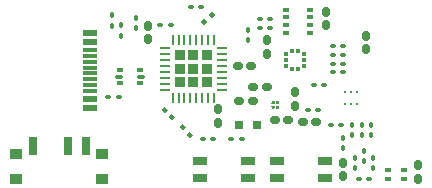
<source format=gbr>
%TF.GenerationSoftware,KiCad,Pcbnew,9.0.4*%
%TF.CreationDate,2025-08-29T23:53:31-07:00*%
%TF.ProjectId,WeatherPill,57656174-6865-4725-9069-6c6c2e6b6963,rev?*%
%TF.SameCoordinates,Original*%
%TF.FileFunction,Paste,Top*%
%TF.FilePolarity,Positive*%
%FSLAX46Y46*%
G04 Gerber Fmt 4.6, Leading zero omitted, Abs format (unit mm)*
G04 Created by KiCad (PCBNEW 9.0.4) date 2025-08-29 23:53:31*
%MOMM*%
%LPD*%
G01*
G04 APERTURE LIST*
G04 Aperture macros list*
%AMRoundRect*
0 Rectangle with rounded corners*
0 $1 Rounding radius*
0 $2 $3 $4 $5 $6 $7 $8 $9 X,Y pos of 4 corners*
0 Add a 4 corners polygon primitive as box body*
4,1,4,$2,$3,$4,$5,$6,$7,$8,$9,$2,$3,0*
0 Add four circle primitives for the rounded corners*
1,1,$1+$1,$2,$3*
1,1,$1+$1,$4,$5*
1,1,$1+$1,$6,$7*
1,1,$1+$1,$8,$9*
0 Add four rect primitives between the rounded corners*
20,1,$1+$1,$2,$3,$4,$5,0*
20,1,$1+$1,$4,$5,$6,$7,0*
20,1,$1+$1,$6,$7,$8,$9,0*
20,1,$1+$1,$8,$9,$2,$3,0*%
G04 Aperture macros list end*
%ADD10C,0.050000*%
%ADD11C,0.000000*%
%ADD12R,0.711200X1.498600*%
%ADD13R,0.990600X0.812800*%
%ADD14RoundRect,0.090000X0.090000X-0.139000X0.090000X0.139000X-0.090000X0.139000X-0.090000X-0.139000X0*%
%ADD15RoundRect,0.232500X0.232500X0.232500X-0.232500X0.232500X-0.232500X-0.232500X0.232500X-0.232500X0*%
%ADD16RoundRect,0.062500X0.375000X0.062500X-0.375000X0.062500X-0.375000X-0.062500X0.375000X-0.062500X0*%
%ADD17RoundRect,0.062500X0.062500X0.375000X-0.062500X0.375000X-0.062500X-0.375000X0.062500X-0.375000X0*%
%ADD18RoundRect,0.160000X0.160000X-0.222500X0.160000X0.222500X-0.160000X0.222500X-0.160000X-0.222500X0*%
%ADD19RoundRect,0.090000X0.139000X0.090000X-0.139000X0.090000X-0.139000X-0.090000X0.139000X-0.090000X0*%
%ADD20RoundRect,0.090000X-0.139000X-0.090000X0.139000X-0.090000X0.139000X0.090000X-0.139000X0.090000X0*%
%ADD21RoundRect,0.090000X0.161927X-0.034648X-0.034648X0.161927X-0.161927X0.034648X0.034648X-0.161927X0*%
%ADD22R,0.800000X0.800000*%
%ADD23R,0.500000X0.350000*%
%ADD24RoundRect,0.090000X0.034648X0.161927X-0.161927X-0.034648X-0.034648X-0.161927X0.161927X0.034648X0*%
%ADD25C,0.260000*%
%ADD26RoundRect,0.160000X-0.222500X-0.160000X0.222500X-0.160000X0.222500X0.160000X-0.222500X0.160000X0*%
%ADD27RoundRect,0.160000X0.222500X0.160000X-0.222500X0.160000X-0.222500X-0.160000X0.222500X-0.160000X0*%
%ADD28RoundRect,0.160000X-0.160000X0.222500X-0.160000X-0.222500X0.160000X-0.222500X0.160000X0.222500X0*%
%ADD29R,0.304800X0.381000*%
%ADD30R,0.355600X0.304800*%
%ADD31R,1.244600X0.660400*%
%ADD32RoundRect,0.090000X-0.090000X0.139000X-0.090000X-0.139000X0.090000X-0.139000X0.090000X0.139000X0*%
%ADD33R,0.500000X0.300000*%
%ADD34R,1.150000X0.600000*%
%ADD35R,1.150000X0.300000*%
%ADD36RoundRect,0.093750X-0.156250X-0.093750X0.156250X-0.093750X0.156250X0.093750X-0.156250X0.093750X0*%
%ADD37RoundRect,0.075000X-0.250000X-0.075000X0.250000X-0.075000X0.250000X0.075000X-0.250000X0.075000X0*%
G04 APERTURE END LIST*
D10*
%TO.C,U4*%
X42049994Y-75025000D02*
G75*
G02*
X41999990Y-75025000I-25002J0D01*
G01*
X41999990Y-75025000D02*
G75*
G02*
X42049994Y-75025000I25002J0D01*
G01*
X42049994Y-75175002D02*
G75*
G02*
X41999990Y-75175002I-25002J0D01*
G01*
X41999990Y-75175002D02*
G75*
G02*
X42049994Y-75175002I25002J0D01*
G01*
X42049994Y-75424999D02*
G75*
G02*
X41999990Y-75424999I-25002J0D01*
G01*
X41999990Y-75424999D02*
G75*
G02*
X42049994Y-75424999I25002J0D01*
G01*
X42049994Y-75575001D02*
G75*
G02*
X41999990Y-75575001I-25002J0D01*
G01*
X41999990Y-75575001D02*
G75*
G02*
X42049994Y-75575001I25002J0D01*
G01*
X42199995Y-75025000D02*
G75*
G02*
X42149993Y-75025000I-25001J0D01*
G01*
X42149993Y-75025000D02*
G75*
G02*
X42199995Y-75025000I25001J0D01*
G01*
X42199995Y-75175002D02*
G75*
G02*
X42149993Y-75175002I-25001J0D01*
G01*
X42149993Y-75175002D02*
G75*
G02*
X42199995Y-75175002I25001J0D01*
G01*
X42199995Y-75424999D02*
G75*
G02*
X42149993Y-75424999I-25001J0D01*
G01*
X42149993Y-75424999D02*
G75*
G02*
X42199995Y-75424999I25001J0D01*
G01*
X42199995Y-75575001D02*
G75*
G02*
X42149993Y-75575001I-25001J0D01*
G01*
X42149993Y-75575001D02*
G75*
G02*
X42199995Y-75575001I25001J0D01*
G01*
X42449994Y-75025000D02*
G75*
G02*
X42399992Y-75025000I-25001J0D01*
G01*
X42399992Y-75025000D02*
G75*
G02*
X42449994Y-75025000I25001J0D01*
G01*
X42449994Y-75175002D02*
G75*
G02*
X42399992Y-75175002I-25001J0D01*
G01*
X42399992Y-75175002D02*
G75*
G02*
X42449994Y-75175002I25001J0D01*
G01*
X42449994Y-75424999D02*
G75*
G02*
X42399992Y-75424999I-25001J0D01*
G01*
X42399992Y-75424999D02*
G75*
G02*
X42449994Y-75424999I25001J0D01*
G01*
X42449994Y-75575001D02*
G75*
G02*
X42399992Y-75575001I-25001J0D01*
G01*
X42399992Y-75575001D02*
G75*
G02*
X42449994Y-75575001I25001J0D01*
G01*
X42599998Y-75025000D02*
G75*
G02*
X42549994Y-75025000I-25002J0D01*
G01*
X42549994Y-75025000D02*
G75*
G02*
X42599998Y-75025000I25002J0D01*
G01*
X42599998Y-75175002D02*
G75*
G02*
X42549994Y-75175002I-25002J0D01*
G01*
X42549994Y-75175002D02*
G75*
G02*
X42599998Y-75175002I25002J0D01*
G01*
X42599998Y-75424999D02*
G75*
G02*
X42549994Y-75424999I-25002J0D01*
G01*
X42549994Y-75424999D02*
G75*
G02*
X42599998Y-75424999I25002J0D01*
G01*
X42599998Y-75575001D02*
G75*
G02*
X42549994Y-75575001I-25002J0D01*
G01*
X42549994Y-75575001D02*
G75*
G02*
X42599998Y-75575001I25002J0D01*
G01*
D11*
G36*
X42024992Y-75175002D02*
G01*
X41974992Y-75175002D01*
X41974992Y-75025002D01*
X42024992Y-75025002D01*
X42024992Y-75175002D01*
G37*
G36*
X42024992Y-75575001D02*
G01*
X41974992Y-75575001D01*
X41974992Y-75425002D01*
X42024992Y-75425002D01*
X42024992Y-75575001D01*
G37*
G36*
X42174991Y-75225002D02*
G01*
X42024992Y-75225002D01*
X42024992Y-75175002D01*
X42174991Y-75175002D01*
X42174991Y-75225002D01*
G37*
G36*
X42174991Y-75625001D02*
G01*
X42024992Y-75625001D01*
X42024992Y-75575001D01*
X42174991Y-75575001D01*
X42174991Y-75625001D01*
G37*
G36*
X42174991Y-75025002D02*
G01*
X42024992Y-75025002D01*
X42024992Y-74975002D01*
X42174991Y-74975002D01*
X42174991Y-75025002D01*
G37*
G36*
X42174991Y-75175005D02*
G01*
X42024989Y-75175005D01*
X42024989Y-75025002D01*
X42174991Y-75025002D01*
X42174991Y-75175005D01*
G37*
G36*
X42174991Y-75425002D02*
G01*
X42024992Y-75425002D01*
X42024992Y-75375002D01*
X42174991Y-75375002D01*
X42174991Y-75425002D01*
G37*
G36*
X42174991Y-75575004D02*
G01*
X42024989Y-75575004D01*
X42024989Y-75425002D01*
X42174991Y-75425002D01*
X42174991Y-75575004D01*
G37*
G36*
X42224991Y-75175002D02*
G01*
X42174991Y-75175002D01*
X42174991Y-75025002D01*
X42224991Y-75025002D01*
X42224991Y-75175002D01*
G37*
G36*
X42224991Y-75575001D02*
G01*
X42174991Y-75575001D01*
X42174991Y-75425002D01*
X42224991Y-75425002D01*
X42224991Y-75575001D01*
G37*
G36*
X42424993Y-75175002D02*
G01*
X42374994Y-75175002D01*
X42374994Y-75025002D01*
X42424993Y-75025002D01*
X42424993Y-75175002D01*
G37*
G36*
X42424993Y-75575001D02*
G01*
X42374994Y-75575001D01*
X42374994Y-75425002D01*
X42424993Y-75425002D01*
X42424993Y-75575001D01*
G37*
G36*
X42574993Y-75225002D02*
G01*
X42424993Y-75225002D01*
X42424993Y-75175002D01*
X42574993Y-75175002D01*
X42574993Y-75225002D01*
G37*
G36*
X42574993Y-75625001D02*
G01*
X42424993Y-75625001D01*
X42424993Y-75575001D01*
X42574993Y-75575001D01*
X42574993Y-75625001D01*
G37*
G36*
X42574993Y-75025002D02*
G01*
X42424993Y-75025002D01*
X42424993Y-74975002D01*
X42574993Y-74975002D01*
X42574993Y-75025002D01*
G37*
G36*
X42574993Y-75175005D02*
G01*
X42424991Y-75175005D01*
X42424991Y-75025002D01*
X42574993Y-75025002D01*
X42574993Y-75175005D01*
G37*
G36*
X42574993Y-75425002D02*
G01*
X42424993Y-75425002D01*
X42424993Y-75375002D01*
X42574993Y-75375002D01*
X42574993Y-75425002D01*
G37*
G36*
X42574993Y-75575004D02*
G01*
X42424991Y-75575004D01*
X42424991Y-75425002D01*
X42574993Y-75425002D01*
X42574993Y-75575004D01*
G37*
G36*
X42624993Y-75175002D02*
G01*
X42574993Y-75175002D01*
X42574993Y-75025002D01*
X42624993Y-75025002D01*
X42624993Y-75175002D01*
G37*
G36*
X42624993Y-75575001D02*
G01*
X42574993Y-75575001D01*
X42574993Y-75425002D01*
X42624993Y-75425002D01*
X42624993Y-75575001D01*
G37*
%TD*%
D12*
%TO.C,SW1*%
X21749997Y-78750000D03*
X24750000Y-78750000D03*
X26250000Y-78750000D03*
D13*
X20350000Y-79450001D03*
X27650000Y-79450001D03*
X20350020Y-81549999D03*
X27649980Y-81549999D03*
%TD*%
D14*
%TO.C,R19*%
X28448000Y-68590000D03*
X28448000Y-67725000D03*
%TD*%
D15*
%TO.C,U8*%
X36500000Y-73400000D03*
X36500000Y-72250000D03*
X36500000Y-71100000D03*
X35350000Y-73400000D03*
X35350000Y-72250000D03*
X35350000Y-71100000D03*
X34200000Y-73400000D03*
X34200000Y-72250000D03*
X34200000Y-71100000D03*
D16*
X37787500Y-74000000D03*
X37787500Y-73500000D03*
X37787500Y-73000000D03*
X37787500Y-72500000D03*
X37787500Y-72000000D03*
X37787500Y-71500000D03*
X37787500Y-71000000D03*
X37787500Y-70500000D03*
D17*
X37100000Y-69812500D03*
X36600000Y-69812500D03*
X36100000Y-69812500D03*
X35600000Y-69812500D03*
X35100000Y-69812500D03*
X34600000Y-69812500D03*
X34100000Y-69812500D03*
X33600000Y-69812500D03*
D16*
X32912500Y-70500000D03*
X32912500Y-71000000D03*
X32912500Y-71500000D03*
X32912500Y-72000000D03*
X32912500Y-72500000D03*
X32912500Y-73000000D03*
X32912500Y-73500000D03*
X32912500Y-74000000D03*
D17*
X33600000Y-74687500D03*
X34100000Y-74687500D03*
X34600000Y-74687500D03*
X35100000Y-74687500D03*
X35600000Y-74687500D03*
X36100000Y-74687500D03*
X36600000Y-74687500D03*
X37100000Y-74687500D03*
%TD*%
D18*
%TO.C,C7*%
X46600000Y-68572500D03*
X46600000Y-67427500D03*
%TD*%
D19*
%TO.C,R18*%
X41832500Y-68800000D03*
X40967500Y-68800000D03*
%TD*%
D20*
%TO.C,R37*%
X47167500Y-71050000D03*
X48032500Y-71050000D03*
%TD*%
%TO.C,R38*%
X47167500Y-70300000D03*
X48032500Y-70300000D03*
%TD*%
D19*
%TO.C,R2*%
X39432500Y-78200000D03*
X38567500Y-78200000D03*
%TD*%
D18*
%TO.C,C6*%
X48000000Y-81322500D03*
X48000000Y-80177500D03*
%TD*%
D14*
%TO.C,R11*%
X49000000Y-80632500D03*
X49000000Y-79767500D03*
%TD*%
D21*
%TO.C,R9*%
X35055824Y-77805824D03*
X34444176Y-77194176D03*
%TD*%
D22*
%TO.C,D1*%
X39200000Y-77000000D03*
X40700000Y-77000000D03*
%TD*%
D23*
%TO.C,U5*%
X43175000Y-69175000D03*
X43175000Y-68525000D03*
X43175000Y-67875000D03*
X43175000Y-67225000D03*
X45225000Y-67225000D03*
X45225000Y-67875000D03*
X45225000Y-68525000D03*
X45225000Y-69175000D03*
%TD*%
D24*
%TO.C,R16*%
X36905824Y-67694176D03*
X36294176Y-68305824D03*
%TD*%
D18*
%TO.C,C1*%
X31500000Y-69750000D03*
X31500000Y-68605000D03*
%TD*%
D19*
%TO.C,R3*%
X29032500Y-74600000D03*
X28167500Y-74600000D03*
%TD*%
D20*
%TO.C,R29*%
X36167500Y-78200000D03*
X37032500Y-78200000D03*
%TD*%
D25*
%TO.C,U6*%
X49200000Y-74200000D03*
X49200000Y-75200000D03*
X48700000Y-74200000D03*
X48700000Y-75200000D03*
X48200000Y-74200000D03*
X48200000Y-75200000D03*
%TD*%
D26*
%TO.C,C5*%
X44627500Y-76750000D03*
X45772500Y-76750000D03*
%TD*%
D14*
%TO.C,R33*%
X48800000Y-77865000D03*
X48800000Y-77000000D03*
%TD*%
D19*
%TO.C,R15*%
X45932500Y-75750000D03*
X45067500Y-75750000D03*
%TD*%
D27*
%TO.C,C11*%
X40372500Y-75000000D03*
X39227500Y-75000000D03*
%TD*%
D14*
%TO.C,R10*%
X50600000Y-80640000D03*
X50600000Y-79775000D03*
%TD*%
D28*
%TO.C,C2*%
X37400000Y-75677500D03*
X37400000Y-76822500D03*
%TD*%
D29*
%TO.C,U7*%
X43723001Y-72260300D03*
X44223001Y-72260300D03*
D30*
X44746002Y-71999998D03*
X44746002Y-71499999D03*
X44746002Y-71000000D03*
D29*
X44223001Y-70739698D03*
X43723001Y-70739698D03*
D30*
X43200000Y-71000000D03*
X43200000Y-71499999D03*
X43200000Y-71999998D03*
%TD*%
D14*
%TO.C,R13*%
X48000000Y-78932500D03*
X48000000Y-78067500D03*
%TD*%
D31*
%TO.C,SW4*%
X42407200Y-80009999D03*
X46471200Y-80009999D03*
X42407200Y-81490001D03*
X46471200Y-81490001D03*
%TD*%
D19*
%TO.C,R7*%
X33432500Y-68500000D03*
X32567500Y-68500000D03*
%TD*%
D32*
%TO.C,R31*%
X50400000Y-77000000D03*
X50400000Y-77865000D03*
%TD*%
%TO.C,R6*%
X30500000Y-67910000D03*
X30500000Y-68775000D03*
%TD*%
D33*
%TO.C,U3*%
X51800000Y-80800000D03*
X51800000Y-81600000D03*
X53200000Y-81600000D03*
X53200000Y-80800000D03*
%TD*%
D26*
%TO.C,C3*%
X39105000Y-72000000D03*
X40250000Y-72000000D03*
%TD*%
%TO.C,C13*%
X42227500Y-76600000D03*
X43372500Y-76600000D03*
%TD*%
D34*
%TO.C,J2*%
X26599000Y-69190000D03*
X26599000Y-69990000D03*
D35*
X26599000Y-71140000D03*
X26599000Y-72140000D03*
X26599000Y-72640000D03*
X26599000Y-73640000D03*
D34*
X26599000Y-75590000D03*
X26599000Y-74790000D03*
D35*
X26599000Y-74140000D03*
X26599000Y-73140000D03*
X26599000Y-71640000D03*
X26599000Y-70640000D03*
%TD*%
D31*
%TO.C,SW3*%
X35936000Y-80009999D03*
X40000000Y-80009999D03*
X35936000Y-81490001D03*
X40000000Y-81490001D03*
%TD*%
D14*
%TO.C,R12*%
X49800000Y-80032500D03*
X49800000Y-79167500D03*
%TD*%
D36*
%TO.C,U1*%
X29122000Y-72360500D03*
D37*
X29047000Y-72898000D03*
D36*
X29122000Y-73435500D03*
X30822000Y-73435500D03*
D37*
X30897000Y-72898000D03*
D36*
X30822000Y-72360500D03*
%TD*%
D26*
%TO.C,C10*%
X40427500Y-73800000D03*
X41572500Y-73800000D03*
%TD*%
D19*
%TO.C,R14*%
X36032500Y-67000000D03*
X35167500Y-67000000D03*
%TD*%
%TO.C,R1*%
X50265000Y-81600000D03*
X49400000Y-81600000D03*
%TD*%
D20*
%TO.C,R34*%
X47167500Y-71800000D03*
X48032500Y-71800000D03*
%TD*%
D19*
%TO.C,R32*%
X46432500Y-73600000D03*
X45567500Y-73600000D03*
%TD*%
D18*
%TO.C,C12*%
X44000000Y-75372500D03*
X44000000Y-74227500D03*
%TD*%
D20*
%TO.C,R36*%
X47167500Y-72550000D03*
X48032500Y-72550000D03*
%TD*%
D19*
%TO.C,R17*%
X41832500Y-68000000D03*
X40967500Y-68000000D03*
%TD*%
D32*
%TO.C,R30*%
X49600000Y-77000000D03*
X49600000Y-77865000D03*
%TD*%
D28*
%TO.C,C4*%
X54400000Y-80427499D03*
X54400000Y-81572501D03*
%TD*%
D14*
%TO.C,R35*%
X40000000Y-69832500D03*
X40000000Y-68967500D03*
%TD*%
D28*
%TO.C,C8*%
X50000000Y-69427500D03*
X50000000Y-70572500D03*
%TD*%
D14*
%TO.C,R4*%
X29250000Y-69432500D03*
X29250000Y-68567500D03*
%TD*%
D21*
%TO.C,R20*%
X33555824Y-76305824D03*
X32944176Y-75694176D03*
%TD*%
D20*
%TO.C,R8*%
X46967500Y-77000000D03*
X47832500Y-77000000D03*
%TD*%
D28*
%TO.C,C9*%
X41600000Y-69827500D03*
X41600000Y-70972500D03*
%TD*%
M02*

</source>
